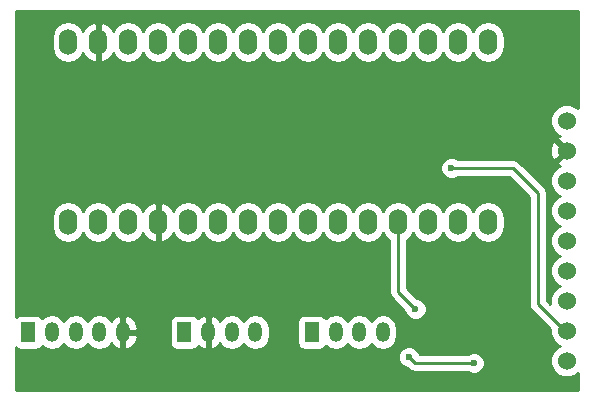
<source format=gbl>
G04 #@! TF.FileFunction,Copper,L2,Bot,Signal*
%FSLAX46Y46*%
G04 Gerber Fmt 4.6, Leading zero omitted, Abs format (unit mm)*
G04 Created by KiCad (PCBNEW 0.201602201416+6573~42~ubuntu14.04.1-product) date Di 01 Mär 2016 17:47:30 CET*
%MOMM*%
G01*
G04 APERTURE LIST*
%ADD10C,0.100000*%
%ADD11R,1.198880X1.699260*%
%ADD12O,1.198880X1.699260*%
%ADD13C,1.524000*%
%ADD14O,1.524000X2.199640*%
%ADD15O,1.524000X2.197100*%
%ADD16C,0.600000*%
%ADD17C,0.250000*%
%ADD18C,0.254000*%
G04 APERTURE END LIST*
D10*
D11*
X156797720Y-88320000D03*
D12*
X160800760Y-88320000D03*
X158799240Y-88320000D03*
X162799740Y-88320000D03*
D13*
X178371500Y-70421500D03*
X178371500Y-72961500D03*
X178371500Y-75501500D03*
X178371500Y-78041500D03*
X178371500Y-80581500D03*
X178371500Y-83121500D03*
X178371500Y-85661500D03*
X178371500Y-88201500D03*
X178371500Y-90741500D03*
D11*
X132796960Y-88320000D03*
D12*
X136800000Y-88320000D03*
X134798480Y-88320000D03*
X138798980Y-88320000D03*
X140800500Y-88320000D03*
D14*
X136144000Y-78994000D03*
X138684000Y-78994000D03*
X141224000Y-78994000D03*
X143764000Y-78994000D03*
X146304000Y-78994000D03*
X148844000Y-78994000D03*
X151384000Y-78994000D03*
X153924000Y-78994000D03*
X156464000Y-78994000D03*
X159004000Y-78994000D03*
X161544000Y-78994000D03*
X164084000Y-78994000D03*
X166624000Y-78994000D03*
X169164000Y-78994000D03*
X171704000Y-78994000D03*
X171704000Y-63754000D03*
X169164000Y-63754000D03*
X166624000Y-63754000D03*
X164084000Y-63754000D03*
D15*
X161544000Y-63754000D03*
X159004000Y-63754000D03*
X156464000Y-63754000D03*
X153924000Y-63754000D03*
X151384000Y-63754000D03*
X148844000Y-63754000D03*
X146304000Y-63754000D03*
X143764000Y-63754000D03*
X141224000Y-63754000D03*
X138684000Y-63754000D03*
X136144000Y-63754000D03*
D11*
X145996960Y-88320000D03*
D12*
X150000000Y-88320000D03*
X147998480Y-88320000D03*
X151998980Y-88320000D03*
D16*
X165564612Y-86363691D03*
X168600000Y-74420000D03*
X170500000Y-90920000D03*
X165000000Y-90420000D03*
D17*
X165264613Y-86063692D02*
X165564612Y-86363691D01*
X164084000Y-84883079D02*
X165264613Y-86063692D01*
X164084000Y-78994000D02*
X164084000Y-84883079D01*
X178371500Y-88201500D02*
X178181500Y-88201500D01*
X178181500Y-88201500D02*
X175900000Y-85920000D01*
X175900000Y-85920000D02*
X175900000Y-76520000D01*
X175900000Y-76520000D02*
X173800000Y-74420000D01*
X173800000Y-74420000D02*
X168600000Y-74420000D01*
X165000000Y-90420000D02*
X165500000Y-90920000D01*
X165500000Y-90920000D02*
X170500000Y-90920000D01*
D18*
G36*
X179290000Y-69364221D02*
X179163870Y-69237871D01*
X178650600Y-69024743D01*
X178094839Y-69024258D01*
X177581197Y-69236490D01*
X177187871Y-69629130D01*
X176974743Y-70142400D01*
X176974258Y-70698161D01*
X177186490Y-71211803D01*
X177579130Y-71605129D01*
X177771227Y-71684895D01*
X177640357Y-71739103D01*
X177570892Y-71981287D01*
X178371500Y-72781895D01*
X178385643Y-72767753D01*
X178565248Y-72947358D01*
X178551105Y-72961500D01*
X178565248Y-72975643D01*
X178385643Y-73155248D01*
X178371500Y-73141105D01*
X177570892Y-73941713D01*
X177640357Y-74183897D01*
X177780818Y-74234009D01*
X177581197Y-74316490D01*
X177187871Y-74709130D01*
X176974743Y-75222400D01*
X176974258Y-75778161D01*
X177186490Y-76291803D01*
X177579130Y-76685129D01*
X177787012Y-76771449D01*
X177581197Y-76856490D01*
X177187871Y-77249130D01*
X176974743Y-77762400D01*
X176974258Y-78318161D01*
X177186490Y-78831803D01*
X177579130Y-79225129D01*
X177787012Y-79311449D01*
X177581197Y-79396490D01*
X177187871Y-79789130D01*
X176974743Y-80302400D01*
X176974258Y-80858161D01*
X177186490Y-81371803D01*
X177579130Y-81765129D01*
X177787012Y-81851449D01*
X177581197Y-81936490D01*
X177187871Y-82329130D01*
X176974743Y-82842400D01*
X176974258Y-83398161D01*
X177186490Y-83911803D01*
X177579130Y-84305129D01*
X177787012Y-84391449D01*
X177581197Y-84476490D01*
X177187871Y-84869130D01*
X176974743Y-85382400D01*
X176974274Y-85919472D01*
X176660000Y-85605198D01*
X176660000Y-76520000D01*
X176602148Y-76229161D01*
X176602148Y-76229160D01*
X176437401Y-75982599D01*
X174337401Y-73882599D01*
X174090839Y-73717852D01*
X173800000Y-73660000D01*
X169162463Y-73660000D01*
X169130327Y-73627808D01*
X168786799Y-73485162D01*
X168414833Y-73484838D01*
X168071057Y-73626883D01*
X167807808Y-73889673D01*
X167665162Y-74233201D01*
X167664838Y-74605167D01*
X167806883Y-74948943D01*
X168069673Y-75212192D01*
X168413201Y-75354838D01*
X168785167Y-75355162D01*
X169128943Y-75213117D01*
X169162118Y-75180000D01*
X173485198Y-75180000D01*
X175140000Y-76834802D01*
X175140000Y-85920000D01*
X175197852Y-86210839D01*
X175362599Y-86457401D01*
X176974615Y-88069417D01*
X176974258Y-88478161D01*
X177186490Y-88991803D01*
X177579130Y-89385129D01*
X177787012Y-89471449D01*
X177581197Y-89556490D01*
X177187871Y-89949130D01*
X176974743Y-90462400D01*
X176974258Y-91018161D01*
X177186490Y-91531803D01*
X177579130Y-91925129D01*
X178092400Y-92138257D01*
X178648161Y-92138742D01*
X179161803Y-91926510D01*
X179290000Y-91798537D01*
X179290000Y-93210000D01*
X131710000Y-93210000D01*
X131710000Y-90605167D01*
X164064838Y-90605167D01*
X164206883Y-90948943D01*
X164469673Y-91212192D01*
X164813201Y-91354838D01*
X164860077Y-91354879D01*
X164962599Y-91457401D01*
X165209161Y-91622148D01*
X165500000Y-91680000D01*
X169937537Y-91680000D01*
X169969673Y-91712192D01*
X170313201Y-91854838D01*
X170685167Y-91855162D01*
X171028943Y-91713117D01*
X171292192Y-91450327D01*
X171434838Y-91106799D01*
X171435162Y-90734833D01*
X171293117Y-90391057D01*
X171030327Y-90127808D01*
X170686799Y-89985162D01*
X170314833Y-89984838D01*
X169971057Y-90126883D01*
X169937882Y-90160000D01*
X165904242Y-90160000D01*
X165793117Y-89891057D01*
X165530327Y-89627808D01*
X165186799Y-89485162D01*
X164814833Y-89484838D01*
X164471057Y-89626883D01*
X164207808Y-89889673D01*
X164065162Y-90233201D01*
X164064838Y-90605167D01*
X131710000Y-90605167D01*
X131710000Y-89582974D01*
X131739711Y-89627439D01*
X131949755Y-89767787D01*
X132197520Y-89817070D01*
X133396400Y-89817070D01*
X133644165Y-89767787D01*
X133854209Y-89627439D01*
X133947976Y-89487109D01*
X134326080Y-89739750D01*
X134798480Y-89833716D01*
X135270880Y-89739750D01*
X135671361Y-89472157D01*
X135799240Y-89280773D01*
X135927119Y-89472157D01*
X136327600Y-89739750D01*
X136800000Y-89833716D01*
X137272400Y-89739750D01*
X137672881Y-89472157D01*
X137799490Y-89282673D01*
X137926099Y-89472157D01*
X138326580Y-89739750D01*
X138798980Y-89833716D01*
X139271380Y-89739750D01*
X139671861Y-89472157D01*
X139802058Y-89277304D01*
X139971543Y-89501568D01*
X140391067Y-89747899D01*
X140482979Y-89763095D01*
X140673500Y-89638357D01*
X140673500Y-88447000D01*
X140927500Y-88447000D01*
X140927500Y-89638357D01*
X141118021Y-89763095D01*
X141209933Y-89747899D01*
X141629457Y-89501568D01*
X141922779Y-89113443D01*
X142045245Y-88642613D01*
X141882500Y-88447000D01*
X140927500Y-88447000D01*
X140673500Y-88447000D01*
X140653500Y-88447000D01*
X140653500Y-88193000D01*
X140673500Y-88193000D01*
X140673500Y-87001643D01*
X140927500Y-87001643D01*
X140927500Y-88193000D01*
X141882500Y-88193000D01*
X142045245Y-87997387D01*
X141922779Y-87526557D01*
X141880317Y-87470370D01*
X144750080Y-87470370D01*
X144750080Y-89169630D01*
X144799363Y-89417395D01*
X144939711Y-89627439D01*
X145149755Y-89767787D01*
X145397520Y-89817070D01*
X146596400Y-89817070D01*
X146844165Y-89767787D01*
X147054209Y-89627439D01*
X147152959Y-89479650D01*
X147169523Y-89501568D01*
X147589047Y-89747899D01*
X147680959Y-89763095D01*
X147871480Y-89638357D01*
X147871480Y-88447000D01*
X147851480Y-88447000D01*
X147851480Y-88193000D01*
X147871480Y-88193000D01*
X147871480Y-87001643D01*
X148125480Y-87001643D01*
X148125480Y-88193000D01*
X148145480Y-88193000D01*
X148145480Y-88447000D01*
X148125480Y-88447000D01*
X148125480Y-89638357D01*
X148316001Y-89763095D01*
X148407913Y-89747899D01*
X148827437Y-89501568D01*
X148996922Y-89277304D01*
X149127119Y-89472157D01*
X149527600Y-89739750D01*
X150000000Y-89833716D01*
X150472400Y-89739750D01*
X150872881Y-89472157D01*
X150999490Y-89282673D01*
X151126099Y-89472157D01*
X151526580Y-89739750D01*
X151998980Y-89833716D01*
X152471380Y-89739750D01*
X152871861Y-89472157D01*
X153139454Y-89071676D01*
X153233420Y-88599276D01*
X153233420Y-88040724D01*
X153139454Y-87568324D01*
X153074004Y-87470370D01*
X155550840Y-87470370D01*
X155550840Y-89169630D01*
X155600123Y-89417395D01*
X155740471Y-89627439D01*
X155950515Y-89767787D01*
X156198280Y-89817070D01*
X157397160Y-89817070D01*
X157644925Y-89767787D01*
X157854969Y-89627439D01*
X157948736Y-89487109D01*
X158326840Y-89739750D01*
X158799240Y-89833716D01*
X159271640Y-89739750D01*
X159672121Y-89472157D01*
X159800000Y-89280773D01*
X159927879Y-89472157D01*
X160328360Y-89739750D01*
X160800760Y-89833716D01*
X161273160Y-89739750D01*
X161673641Y-89472157D01*
X161800250Y-89282673D01*
X161926859Y-89472157D01*
X162327340Y-89739750D01*
X162799740Y-89833716D01*
X163272140Y-89739750D01*
X163672621Y-89472157D01*
X163940214Y-89071676D01*
X164034180Y-88599276D01*
X164034180Y-88040724D01*
X163940214Y-87568324D01*
X163672621Y-87167843D01*
X163272140Y-86900250D01*
X162799740Y-86806284D01*
X162327340Y-86900250D01*
X161926859Y-87167843D01*
X161800250Y-87357327D01*
X161673641Y-87167843D01*
X161273160Y-86900250D01*
X160800760Y-86806284D01*
X160328360Y-86900250D01*
X159927879Y-87167843D01*
X159800000Y-87359227D01*
X159672121Y-87167843D01*
X159271640Y-86900250D01*
X158799240Y-86806284D01*
X158326840Y-86900250D01*
X157948736Y-87152891D01*
X157854969Y-87012561D01*
X157644925Y-86872213D01*
X157397160Y-86822930D01*
X156198280Y-86822930D01*
X155950515Y-86872213D01*
X155740471Y-87012561D01*
X155600123Y-87222605D01*
X155550840Y-87470370D01*
X153074004Y-87470370D01*
X152871861Y-87167843D01*
X152471380Y-86900250D01*
X151998980Y-86806284D01*
X151526580Y-86900250D01*
X151126099Y-87167843D01*
X150999490Y-87357327D01*
X150872881Y-87167843D01*
X150472400Y-86900250D01*
X150000000Y-86806284D01*
X149527600Y-86900250D01*
X149127119Y-87167843D01*
X148996922Y-87362696D01*
X148827437Y-87138432D01*
X148407913Y-86892101D01*
X148316001Y-86876905D01*
X148125480Y-87001643D01*
X147871480Y-87001643D01*
X147680959Y-86876905D01*
X147589047Y-86892101D01*
X147169523Y-87138432D01*
X147152959Y-87160350D01*
X147054209Y-87012561D01*
X146844165Y-86872213D01*
X146596400Y-86822930D01*
X145397520Y-86822930D01*
X145149755Y-86872213D01*
X144939711Y-87012561D01*
X144799363Y-87222605D01*
X144750080Y-87470370D01*
X141880317Y-87470370D01*
X141629457Y-87138432D01*
X141209933Y-86892101D01*
X141118021Y-86876905D01*
X140927500Y-87001643D01*
X140673500Y-87001643D01*
X140482979Y-86876905D01*
X140391067Y-86892101D01*
X139971543Y-87138432D01*
X139802058Y-87362696D01*
X139671861Y-87167843D01*
X139271380Y-86900250D01*
X138798980Y-86806284D01*
X138326580Y-86900250D01*
X137926099Y-87167843D01*
X137799490Y-87357327D01*
X137672881Y-87167843D01*
X137272400Y-86900250D01*
X136800000Y-86806284D01*
X136327600Y-86900250D01*
X135927119Y-87167843D01*
X135799240Y-87359227D01*
X135671361Y-87167843D01*
X135270880Y-86900250D01*
X134798480Y-86806284D01*
X134326080Y-86900250D01*
X133947976Y-87152891D01*
X133854209Y-87012561D01*
X133644165Y-86872213D01*
X133396400Y-86822930D01*
X132197520Y-86822930D01*
X131949755Y-86872213D01*
X131739711Y-87012561D01*
X131710000Y-87057026D01*
X131710000Y-78622193D01*
X134747000Y-78622193D01*
X134747000Y-79365807D01*
X134853340Y-79900416D01*
X135156172Y-80353635D01*
X135609391Y-80656467D01*
X136144000Y-80762807D01*
X136678609Y-80656467D01*
X137131828Y-80353635D01*
X137414000Y-79931336D01*
X137696172Y-80353635D01*
X138149391Y-80656467D01*
X138684000Y-80762807D01*
X139218609Y-80656467D01*
X139671828Y-80353635D01*
X139954000Y-79931336D01*
X140236172Y-80353635D01*
X140689391Y-80656467D01*
X141224000Y-80762807D01*
X141758609Y-80656467D01*
X142211828Y-80353635D01*
X142502647Y-79918394D01*
X142521941Y-79983761D01*
X142865974Y-80409450D01*
X143346723Y-80671080D01*
X143420930Y-80686040D01*
X143637000Y-80563540D01*
X143637000Y-79121000D01*
X143617000Y-79121000D01*
X143617000Y-78867000D01*
X143637000Y-78867000D01*
X143637000Y-77424460D01*
X143891000Y-77424460D01*
X143891000Y-78867000D01*
X143911000Y-78867000D01*
X143911000Y-79121000D01*
X143891000Y-79121000D01*
X143891000Y-80563540D01*
X144107070Y-80686040D01*
X144181277Y-80671080D01*
X144662026Y-80409450D01*
X145006059Y-79983761D01*
X145025353Y-79918394D01*
X145316172Y-80353635D01*
X145769391Y-80656467D01*
X146304000Y-80762807D01*
X146838609Y-80656467D01*
X147291828Y-80353635D01*
X147574000Y-79931336D01*
X147856172Y-80353635D01*
X148309391Y-80656467D01*
X148844000Y-80762807D01*
X149378609Y-80656467D01*
X149831828Y-80353635D01*
X150114000Y-79931336D01*
X150396172Y-80353635D01*
X150849391Y-80656467D01*
X151384000Y-80762807D01*
X151918609Y-80656467D01*
X152371828Y-80353635D01*
X152654000Y-79931336D01*
X152936172Y-80353635D01*
X153389391Y-80656467D01*
X153924000Y-80762807D01*
X154458609Y-80656467D01*
X154911828Y-80353635D01*
X155194000Y-79931336D01*
X155476172Y-80353635D01*
X155929391Y-80656467D01*
X156464000Y-80762807D01*
X156998609Y-80656467D01*
X157451828Y-80353635D01*
X157734000Y-79931336D01*
X158016172Y-80353635D01*
X158469391Y-80656467D01*
X159004000Y-80762807D01*
X159538609Y-80656467D01*
X159991828Y-80353635D01*
X160274000Y-79931336D01*
X160556172Y-80353635D01*
X161009391Y-80656467D01*
X161544000Y-80762807D01*
X162078609Y-80656467D01*
X162531828Y-80353635D01*
X162814000Y-79931336D01*
X163096172Y-80353635D01*
X163324000Y-80505865D01*
X163324000Y-84883079D01*
X163381852Y-85173918D01*
X163546599Y-85420480D01*
X164629490Y-86503371D01*
X164629450Y-86548858D01*
X164771495Y-86892634D01*
X165034285Y-87155883D01*
X165377813Y-87298529D01*
X165749779Y-87298853D01*
X166093555Y-87156808D01*
X166356804Y-86894018D01*
X166499450Y-86550490D01*
X166499774Y-86178524D01*
X166357729Y-85834748D01*
X166094939Y-85571499D01*
X165751411Y-85428853D01*
X165704535Y-85428812D01*
X164844000Y-84568277D01*
X164844000Y-80505865D01*
X165071828Y-80353635D01*
X165354000Y-79931336D01*
X165636172Y-80353635D01*
X166089391Y-80656467D01*
X166624000Y-80762807D01*
X167158609Y-80656467D01*
X167611828Y-80353635D01*
X167894000Y-79931336D01*
X168176172Y-80353635D01*
X168629391Y-80656467D01*
X169164000Y-80762807D01*
X169698609Y-80656467D01*
X170151828Y-80353635D01*
X170434000Y-79931336D01*
X170716172Y-80353635D01*
X171169391Y-80656467D01*
X171704000Y-80762807D01*
X172238609Y-80656467D01*
X172691828Y-80353635D01*
X172994660Y-79900416D01*
X173101000Y-79365807D01*
X173101000Y-78622193D01*
X172994660Y-78087584D01*
X172691828Y-77634365D01*
X172238609Y-77331533D01*
X171704000Y-77225193D01*
X171169391Y-77331533D01*
X170716172Y-77634365D01*
X170434000Y-78056664D01*
X170151828Y-77634365D01*
X169698609Y-77331533D01*
X169164000Y-77225193D01*
X168629391Y-77331533D01*
X168176172Y-77634365D01*
X167894000Y-78056664D01*
X167611828Y-77634365D01*
X167158609Y-77331533D01*
X166624000Y-77225193D01*
X166089391Y-77331533D01*
X165636172Y-77634365D01*
X165354000Y-78056664D01*
X165071828Y-77634365D01*
X164618609Y-77331533D01*
X164084000Y-77225193D01*
X163549391Y-77331533D01*
X163096172Y-77634365D01*
X162814000Y-78056664D01*
X162531828Y-77634365D01*
X162078609Y-77331533D01*
X161544000Y-77225193D01*
X161009391Y-77331533D01*
X160556172Y-77634365D01*
X160274000Y-78056664D01*
X159991828Y-77634365D01*
X159538609Y-77331533D01*
X159004000Y-77225193D01*
X158469391Y-77331533D01*
X158016172Y-77634365D01*
X157734000Y-78056664D01*
X157451828Y-77634365D01*
X156998609Y-77331533D01*
X156464000Y-77225193D01*
X155929391Y-77331533D01*
X155476172Y-77634365D01*
X155194000Y-78056664D01*
X154911828Y-77634365D01*
X154458609Y-77331533D01*
X153924000Y-77225193D01*
X153389391Y-77331533D01*
X152936172Y-77634365D01*
X152654000Y-78056664D01*
X152371828Y-77634365D01*
X151918609Y-77331533D01*
X151384000Y-77225193D01*
X150849391Y-77331533D01*
X150396172Y-77634365D01*
X150114000Y-78056664D01*
X149831828Y-77634365D01*
X149378609Y-77331533D01*
X148844000Y-77225193D01*
X148309391Y-77331533D01*
X147856172Y-77634365D01*
X147574000Y-78056664D01*
X147291828Y-77634365D01*
X146838609Y-77331533D01*
X146304000Y-77225193D01*
X145769391Y-77331533D01*
X145316172Y-77634365D01*
X145025353Y-78069606D01*
X145006059Y-78004239D01*
X144662026Y-77578550D01*
X144181277Y-77316920D01*
X144107070Y-77301960D01*
X143891000Y-77424460D01*
X143637000Y-77424460D01*
X143420930Y-77301960D01*
X143346723Y-77316920D01*
X142865974Y-77578550D01*
X142521941Y-78004239D01*
X142502647Y-78069606D01*
X142211828Y-77634365D01*
X141758609Y-77331533D01*
X141224000Y-77225193D01*
X140689391Y-77331533D01*
X140236172Y-77634365D01*
X139954000Y-78056664D01*
X139671828Y-77634365D01*
X139218609Y-77331533D01*
X138684000Y-77225193D01*
X138149391Y-77331533D01*
X137696172Y-77634365D01*
X137414000Y-78056664D01*
X137131828Y-77634365D01*
X136678609Y-77331533D01*
X136144000Y-77225193D01*
X135609391Y-77331533D01*
X135156172Y-77634365D01*
X134853340Y-78087584D01*
X134747000Y-78622193D01*
X131710000Y-78622193D01*
X131710000Y-72753802D01*
X176962356Y-72753802D01*
X176990138Y-73308868D01*
X177149103Y-73692643D01*
X177391287Y-73762108D01*
X178191895Y-72961500D01*
X177391287Y-72160892D01*
X177149103Y-72230357D01*
X176962356Y-72753802D01*
X131710000Y-72753802D01*
X131710000Y-63383488D01*
X134747000Y-63383488D01*
X134747000Y-64124512D01*
X134853340Y-64659121D01*
X135156172Y-65112340D01*
X135609391Y-65415172D01*
X136144000Y-65521512D01*
X136678609Y-65415172D01*
X137131828Y-65112340D01*
X137422642Y-64677107D01*
X137441941Y-64742491D01*
X137785974Y-65168180D01*
X138266723Y-65429810D01*
X138340930Y-65444770D01*
X138557000Y-65322270D01*
X138557000Y-63881000D01*
X138537000Y-63881000D01*
X138537000Y-63627000D01*
X138557000Y-63627000D01*
X138557000Y-62185730D01*
X138811000Y-62185730D01*
X138811000Y-63627000D01*
X138831000Y-63627000D01*
X138831000Y-63881000D01*
X138811000Y-63881000D01*
X138811000Y-65322270D01*
X139027070Y-65444770D01*
X139101277Y-65429810D01*
X139582026Y-65168180D01*
X139926059Y-64742491D01*
X139945358Y-64677107D01*
X140236172Y-65112340D01*
X140689391Y-65415172D01*
X141224000Y-65521512D01*
X141758609Y-65415172D01*
X142211828Y-65112340D01*
X142494000Y-64690041D01*
X142776172Y-65112340D01*
X143229391Y-65415172D01*
X143764000Y-65521512D01*
X144298609Y-65415172D01*
X144751828Y-65112340D01*
X145034000Y-64690041D01*
X145316172Y-65112340D01*
X145769391Y-65415172D01*
X146304000Y-65521512D01*
X146838609Y-65415172D01*
X147291828Y-65112340D01*
X147574000Y-64690041D01*
X147856172Y-65112340D01*
X148309391Y-65415172D01*
X148844000Y-65521512D01*
X149378609Y-65415172D01*
X149831828Y-65112340D01*
X150114000Y-64690041D01*
X150396172Y-65112340D01*
X150849391Y-65415172D01*
X151384000Y-65521512D01*
X151918609Y-65415172D01*
X152371828Y-65112340D01*
X152654000Y-64690041D01*
X152936172Y-65112340D01*
X153389391Y-65415172D01*
X153924000Y-65521512D01*
X154458609Y-65415172D01*
X154911828Y-65112340D01*
X155194000Y-64690041D01*
X155476172Y-65112340D01*
X155929391Y-65415172D01*
X156464000Y-65521512D01*
X156998609Y-65415172D01*
X157451828Y-65112340D01*
X157734000Y-64690041D01*
X158016172Y-65112340D01*
X158469391Y-65415172D01*
X159004000Y-65521512D01*
X159538609Y-65415172D01*
X159991828Y-65112340D01*
X160274000Y-64690041D01*
X160556172Y-65112340D01*
X161009391Y-65415172D01*
X161544000Y-65521512D01*
X162078609Y-65415172D01*
X162531828Y-65112340D01*
X162813567Y-64690688D01*
X163096172Y-65113635D01*
X163549391Y-65416467D01*
X164084000Y-65522807D01*
X164618609Y-65416467D01*
X165071828Y-65113635D01*
X165354000Y-64691336D01*
X165636172Y-65113635D01*
X166089391Y-65416467D01*
X166624000Y-65522807D01*
X167158609Y-65416467D01*
X167611828Y-65113635D01*
X167894000Y-64691336D01*
X168176172Y-65113635D01*
X168629391Y-65416467D01*
X169164000Y-65522807D01*
X169698609Y-65416467D01*
X170151828Y-65113635D01*
X170434000Y-64691336D01*
X170716172Y-65113635D01*
X171169391Y-65416467D01*
X171704000Y-65522807D01*
X172238609Y-65416467D01*
X172691828Y-65113635D01*
X172994660Y-64660416D01*
X173101000Y-64125807D01*
X173101000Y-63382193D01*
X172994660Y-62847584D01*
X172691828Y-62394365D01*
X172238609Y-62091533D01*
X171704000Y-61985193D01*
X171169391Y-62091533D01*
X170716172Y-62394365D01*
X170434000Y-62816664D01*
X170151828Y-62394365D01*
X169698609Y-62091533D01*
X169164000Y-61985193D01*
X168629391Y-62091533D01*
X168176172Y-62394365D01*
X167894000Y-62816664D01*
X167611828Y-62394365D01*
X167158609Y-62091533D01*
X166624000Y-61985193D01*
X166089391Y-62091533D01*
X165636172Y-62394365D01*
X165354000Y-62816664D01*
X165071828Y-62394365D01*
X164618609Y-62091533D01*
X164084000Y-61985193D01*
X163549391Y-62091533D01*
X163096172Y-62394365D01*
X162813567Y-62817312D01*
X162531828Y-62395660D01*
X162078609Y-62092828D01*
X161544000Y-61986488D01*
X161009391Y-62092828D01*
X160556172Y-62395660D01*
X160274000Y-62817959D01*
X159991828Y-62395660D01*
X159538609Y-62092828D01*
X159004000Y-61986488D01*
X158469391Y-62092828D01*
X158016172Y-62395660D01*
X157734000Y-62817959D01*
X157451828Y-62395660D01*
X156998609Y-62092828D01*
X156464000Y-61986488D01*
X155929391Y-62092828D01*
X155476172Y-62395660D01*
X155194000Y-62817959D01*
X154911828Y-62395660D01*
X154458609Y-62092828D01*
X153924000Y-61986488D01*
X153389391Y-62092828D01*
X152936172Y-62395660D01*
X152654000Y-62817959D01*
X152371828Y-62395660D01*
X151918609Y-62092828D01*
X151384000Y-61986488D01*
X150849391Y-62092828D01*
X150396172Y-62395660D01*
X150114000Y-62817959D01*
X149831828Y-62395660D01*
X149378609Y-62092828D01*
X148844000Y-61986488D01*
X148309391Y-62092828D01*
X147856172Y-62395660D01*
X147574000Y-62817959D01*
X147291828Y-62395660D01*
X146838609Y-62092828D01*
X146304000Y-61986488D01*
X145769391Y-62092828D01*
X145316172Y-62395660D01*
X145034000Y-62817959D01*
X144751828Y-62395660D01*
X144298609Y-62092828D01*
X143764000Y-61986488D01*
X143229391Y-62092828D01*
X142776172Y-62395660D01*
X142494000Y-62817959D01*
X142211828Y-62395660D01*
X141758609Y-62092828D01*
X141224000Y-61986488D01*
X140689391Y-62092828D01*
X140236172Y-62395660D01*
X139945358Y-62830893D01*
X139926059Y-62765509D01*
X139582026Y-62339820D01*
X139101277Y-62078190D01*
X139027070Y-62063230D01*
X138811000Y-62185730D01*
X138557000Y-62185730D01*
X138340930Y-62063230D01*
X138266723Y-62078190D01*
X137785974Y-62339820D01*
X137441941Y-62765509D01*
X137422642Y-62830893D01*
X137131828Y-62395660D01*
X136678609Y-62092828D01*
X136144000Y-61986488D01*
X135609391Y-62092828D01*
X135156172Y-62395660D01*
X134853340Y-62848879D01*
X134747000Y-63383488D01*
X131710000Y-63383488D01*
X131710000Y-61130000D01*
X179290000Y-61130000D01*
X179290000Y-69364221D01*
X179290000Y-69364221D01*
G37*
X179290000Y-69364221D02*
X179163870Y-69237871D01*
X178650600Y-69024743D01*
X178094839Y-69024258D01*
X177581197Y-69236490D01*
X177187871Y-69629130D01*
X176974743Y-70142400D01*
X176974258Y-70698161D01*
X177186490Y-71211803D01*
X177579130Y-71605129D01*
X177771227Y-71684895D01*
X177640357Y-71739103D01*
X177570892Y-71981287D01*
X178371500Y-72781895D01*
X178385643Y-72767753D01*
X178565248Y-72947358D01*
X178551105Y-72961500D01*
X178565248Y-72975643D01*
X178385643Y-73155248D01*
X178371500Y-73141105D01*
X177570892Y-73941713D01*
X177640357Y-74183897D01*
X177780818Y-74234009D01*
X177581197Y-74316490D01*
X177187871Y-74709130D01*
X176974743Y-75222400D01*
X176974258Y-75778161D01*
X177186490Y-76291803D01*
X177579130Y-76685129D01*
X177787012Y-76771449D01*
X177581197Y-76856490D01*
X177187871Y-77249130D01*
X176974743Y-77762400D01*
X176974258Y-78318161D01*
X177186490Y-78831803D01*
X177579130Y-79225129D01*
X177787012Y-79311449D01*
X177581197Y-79396490D01*
X177187871Y-79789130D01*
X176974743Y-80302400D01*
X176974258Y-80858161D01*
X177186490Y-81371803D01*
X177579130Y-81765129D01*
X177787012Y-81851449D01*
X177581197Y-81936490D01*
X177187871Y-82329130D01*
X176974743Y-82842400D01*
X176974258Y-83398161D01*
X177186490Y-83911803D01*
X177579130Y-84305129D01*
X177787012Y-84391449D01*
X177581197Y-84476490D01*
X177187871Y-84869130D01*
X176974743Y-85382400D01*
X176974274Y-85919472D01*
X176660000Y-85605198D01*
X176660000Y-76520000D01*
X176602148Y-76229161D01*
X176602148Y-76229160D01*
X176437401Y-75982599D01*
X174337401Y-73882599D01*
X174090839Y-73717852D01*
X173800000Y-73660000D01*
X169162463Y-73660000D01*
X169130327Y-73627808D01*
X168786799Y-73485162D01*
X168414833Y-73484838D01*
X168071057Y-73626883D01*
X167807808Y-73889673D01*
X167665162Y-74233201D01*
X167664838Y-74605167D01*
X167806883Y-74948943D01*
X168069673Y-75212192D01*
X168413201Y-75354838D01*
X168785167Y-75355162D01*
X169128943Y-75213117D01*
X169162118Y-75180000D01*
X173485198Y-75180000D01*
X175140000Y-76834802D01*
X175140000Y-85920000D01*
X175197852Y-86210839D01*
X175362599Y-86457401D01*
X176974615Y-88069417D01*
X176974258Y-88478161D01*
X177186490Y-88991803D01*
X177579130Y-89385129D01*
X177787012Y-89471449D01*
X177581197Y-89556490D01*
X177187871Y-89949130D01*
X176974743Y-90462400D01*
X176974258Y-91018161D01*
X177186490Y-91531803D01*
X177579130Y-91925129D01*
X178092400Y-92138257D01*
X178648161Y-92138742D01*
X179161803Y-91926510D01*
X179290000Y-91798537D01*
X179290000Y-93210000D01*
X131710000Y-93210000D01*
X131710000Y-90605167D01*
X164064838Y-90605167D01*
X164206883Y-90948943D01*
X164469673Y-91212192D01*
X164813201Y-91354838D01*
X164860077Y-91354879D01*
X164962599Y-91457401D01*
X165209161Y-91622148D01*
X165500000Y-91680000D01*
X169937537Y-91680000D01*
X169969673Y-91712192D01*
X170313201Y-91854838D01*
X170685167Y-91855162D01*
X171028943Y-91713117D01*
X171292192Y-91450327D01*
X171434838Y-91106799D01*
X171435162Y-90734833D01*
X171293117Y-90391057D01*
X171030327Y-90127808D01*
X170686799Y-89985162D01*
X170314833Y-89984838D01*
X169971057Y-90126883D01*
X169937882Y-90160000D01*
X165904242Y-90160000D01*
X165793117Y-89891057D01*
X165530327Y-89627808D01*
X165186799Y-89485162D01*
X164814833Y-89484838D01*
X164471057Y-89626883D01*
X164207808Y-89889673D01*
X164065162Y-90233201D01*
X164064838Y-90605167D01*
X131710000Y-90605167D01*
X131710000Y-89582974D01*
X131739711Y-89627439D01*
X131949755Y-89767787D01*
X132197520Y-89817070D01*
X133396400Y-89817070D01*
X133644165Y-89767787D01*
X133854209Y-89627439D01*
X133947976Y-89487109D01*
X134326080Y-89739750D01*
X134798480Y-89833716D01*
X135270880Y-89739750D01*
X135671361Y-89472157D01*
X135799240Y-89280773D01*
X135927119Y-89472157D01*
X136327600Y-89739750D01*
X136800000Y-89833716D01*
X137272400Y-89739750D01*
X137672881Y-89472157D01*
X137799490Y-89282673D01*
X137926099Y-89472157D01*
X138326580Y-89739750D01*
X138798980Y-89833716D01*
X139271380Y-89739750D01*
X139671861Y-89472157D01*
X139802058Y-89277304D01*
X139971543Y-89501568D01*
X140391067Y-89747899D01*
X140482979Y-89763095D01*
X140673500Y-89638357D01*
X140673500Y-88447000D01*
X140927500Y-88447000D01*
X140927500Y-89638357D01*
X141118021Y-89763095D01*
X141209933Y-89747899D01*
X141629457Y-89501568D01*
X141922779Y-89113443D01*
X142045245Y-88642613D01*
X141882500Y-88447000D01*
X140927500Y-88447000D01*
X140673500Y-88447000D01*
X140653500Y-88447000D01*
X140653500Y-88193000D01*
X140673500Y-88193000D01*
X140673500Y-87001643D01*
X140927500Y-87001643D01*
X140927500Y-88193000D01*
X141882500Y-88193000D01*
X142045245Y-87997387D01*
X141922779Y-87526557D01*
X141880317Y-87470370D01*
X144750080Y-87470370D01*
X144750080Y-89169630D01*
X144799363Y-89417395D01*
X144939711Y-89627439D01*
X145149755Y-89767787D01*
X145397520Y-89817070D01*
X146596400Y-89817070D01*
X146844165Y-89767787D01*
X147054209Y-89627439D01*
X147152959Y-89479650D01*
X147169523Y-89501568D01*
X147589047Y-89747899D01*
X147680959Y-89763095D01*
X147871480Y-89638357D01*
X147871480Y-88447000D01*
X147851480Y-88447000D01*
X147851480Y-88193000D01*
X147871480Y-88193000D01*
X147871480Y-87001643D01*
X148125480Y-87001643D01*
X148125480Y-88193000D01*
X148145480Y-88193000D01*
X148145480Y-88447000D01*
X148125480Y-88447000D01*
X148125480Y-89638357D01*
X148316001Y-89763095D01*
X148407913Y-89747899D01*
X148827437Y-89501568D01*
X148996922Y-89277304D01*
X149127119Y-89472157D01*
X149527600Y-89739750D01*
X150000000Y-89833716D01*
X150472400Y-89739750D01*
X150872881Y-89472157D01*
X150999490Y-89282673D01*
X151126099Y-89472157D01*
X151526580Y-89739750D01*
X151998980Y-89833716D01*
X152471380Y-89739750D01*
X152871861Y-89472157D01*
X153139454Y-89071676D01*
X153233420Y-88599276D01*
X153233420Y-88040724D01*
X153139454Y-87568324D01*
X153074004Y-87470370D01*
X155550840Y-87470370D01*
X155550840Y-89169630D01*
X155600123Y-89417395D01*
X155740471Y-89627439D01*
X155950515Y-89767787D01*
X156198280Y-89817070D01*
X157397160Y-89817070D01*
X157644925Y-89767787D01*
X157854969Y-89627439D01*
X157948736Y-89487109D01*
X158326840Y-89739750D01*
X158799240Y-89833716D01*
X159271640Y-89739750D01*
X159672121Y-89472157D01*
X159800000Y-89280773D01*
X159927879Y-89472157D01*
X160328360Y-89739750D01*
X160800760Y-89833716D01*
X161273160Y-89739750D01*
X161673641Y-89472157D01*
X161800250Y-89282673D01*
X161926859Y-89472157D01*
X162327340Y-89739750D01*
X162799740Y-89833716D01*
X163272140Y-89739750D01*
X163672621Y-89472157D01*
X163940214Y-89071676D01*
X164034180Y-88599276D01*
X164034180Y-88040724D01*
X163940214Y-87568324D01*
X163672621Y-87167843D01*
X163272140Y-86900250D01*
X162799740Y-86806284D01*
X162327340Y-86900250D01*
X161926859Y-87167843D01*
X161800250Y-87357327D01*
X161673641Y-87167843D01*
X161273160Y-86900250D01*
X160800760Y-86806284D01*
X160328360Y-86900250D01*
X159927879Y-87167843D01*
X159800000Y-87359227D01*
X159672121Y-87167843D01*
X159271640Y-86900250D01*
X158799240Y-86806284D01*
X158326840Y-86900250D01*
X157948736Y-87152891D01*
X157854969Y-87012561D01*
X157644925Y-86872213D01*
X157397160Y-86822930D01*
X156198280Y-86822930D01*
X155950515Y-86872213D01*
X155740471Y-87012561D01*
X155600123Y-87222605D01*
X155550840Y-87470370D01*
X153074004Y-87470370D01*
X152871861Y-87167843D01*
X152471380Y-86900250D01*
X151998980Y-86806284D01*
X151526580Y-86900250D01*
X151126099Y-87167843D01*
X150999490Y-87357327D01*
X150872881Y-87167843D01*
X150472400Y-86900250D01*
X150000000Y-86806284D01*
X149527600Y-86900250D01*
X149127119Y-87167843D01*
X148996922Y-87362696D01*
X148827437Y-87138432D01*
X148407913Y-86892101D01*
X148316001Y-86876905D01*
X148125480Y-87001643D01*
X147871480Y-87001643D01*
X147680959Y-86876905D01*
X147589047Y-86892101D01*
X147169523Y-87138432D01*
X147152959Y-87160350D01*
X147054209Y-87012561D01*
X146844165Y-86872213D01*
X146596400Y-86822930D01*
X145397520Y-86822930D01*
X145149755Y-86872213D01*
X144939711Y-87012561D01*
X144799363Y-87222605D01*
X144750080Y-87470370D01*
X141880317Y-87470370D01*
X141629457Y-87138432D01*
X141209933Y-86892101D01*
X141118021Y-86876905D01*
X140927500Y-87001643D01*
X140673500Y-87001643D01*
X140482979Y-86876905D01*
X140391067Y-86892101D01*
X139971543Y-87138432D01*
X139802058Y-87362696D01*
X139671861Y-87167843D01*
X139271380Y-86900250D01*
X138798980Y-86806284D01*
X138326580Y-86900250D01*
X137926099Y-87167843D01*
X137799490Y-87357327D01*
X137672881Y-87167843D01*
X137272400Y-86900250D01*
X136800000Y-86806284D01*
X136327600Y-86900250D01*
X135927119Y-87167843D01*
X135799240Y-87359227D01*
X135671361Y-87167843D01*
X135270880Y-86900250D01*
X134798480Y-86806284D01*
X134326080Y-86900250D01*
X133947976Y-87152891D01*
X133854209Y-87012561D01*
X133644165Y-86872213D01*
X133396400Y-86822930D01*
X132197520Y-86822930D01*
X131949755Y-86872213D01*
X131739711Y-87012561D01*
X131710000Y-87057026D01*
X131710000Y-78622193D01*
X134747000Y-78622193D01*
X134747000Y-79365807D01*
X134853340Y-79900416D01*
X135156172Y-80353635D01*
X135609391Y-80656467D01*
X136144000Y-80762807D01*
X136678609Y-80656467D01*
X137131828Y-80353635D01*
X137414000Y-79931336D01*
X137696172Y-80353635D01*
X138149391Y-80656467D01*
X138684000Y-80762807D01*
X139218609Y-80656467D01*
X139671828Y-80353635D01*
X139954000Y-79931336D01*
X140236172Y-80353635D01*
X140689391Y-80656467D01*
X141224000Y-80762807D01*
X141758609Y-80656467D01*
X142211828Y-80353635D01*
X142502647Y-79918394D01*
X142521941Y-79983761D01*
X142865974Y-80409450D01*
X143346723Y-80671080D01*
X143420930Y-80686040D01*
X143637000Y-80563540D01*
X143637000Y-79121000D01*
X143617000Y-79121000D01*
X143617000Y-78867000D01*
X143637000Y-78867000D01*
X143637000Y-77424460D01*
X143891000Y-77424460D01*
X143891000Y-78867000D01*
X143911000Y-78867000D01*
X143911000Y-79121000D01*
X143891000Y-79121000D01*
X143891000Y-80563540D01*
X144107070Y-80686040D01*
X144181277Y-80671080D01*
X144662026Y-80409450D01*
X145006059Y-79983761D01*
X145025353Y-79918394D01*
X145316172Y-80353635D01*
X145769391Y-80656467D01*
X146304000Y-80762807D01*
X146838609Y-80656467D01*
X147291828Y-80353635D01*
X147574000Y-79931336D01*
X147856172Y-80353635D01*
X148309391Y-80656467D01*
X148844000Y-80762807D01*
X149378609Y-80656467D01*
X149831828Y-80353635D01*
X150114000Y-79931336D01*
X150396172Y-80353635D01*
X150849391Y-80656467D01*
X151384000Y-80762807D01*
X151918609Y-80656467D01*
X152371828Y-80353635D01*
X152654000Y-79931336D01*
X152936172Y-80353635D01*
X153389391Y-80656467D01*
X153924000Y-80762807D01*
X154458609Y-80656467D01*
X154911828Y-80353635D01*
X155194000Y-79931336D01*
X155476172Y-80353635D01*
X155929391Y-80656467D01*
X156464000Y-80762807D01*
X156998609Y-80656467D01*
X157451828Y-80353635D01*
X157734000Y-79931336D01*
X158016172Y-80353635D01*
X158469391Y-80656467D01*
X159004000Y-80762807D01*
X159538609Y-80656467D01*
X159991828Y-80353635D01*
X160274000Y-79931336D01*
X160556172Y-80353635D01*
X161009391Y-80656467D01*
X161544000Y-80762807D01*
X162078609Y-80656467D01*
X162531828Y-80353635D01*
X162814000Y-79931336D01*
X163096172Y-80353635D01*
X163324000Y-80505865D01*
X163324000Y-84883079D01*
X163381852Y-85173918D01*
X163546599Y-85420480D01*
X164629490Y-86503371D01*
X164629450Y-86548858D01*
X164771495Y-86892634D01*
X165034285Y-87155883D01*
X165377813Y-87298529D01*
X165749779Y-87298853D01*
X166093555Y-87156808D01*
X166356804Y-86894018D01*
X166499450Y-86550490D01*
X166499774Y-86178524D01*
X166357729Y-85834748D01*
X166094939Y-85571499D01*
X165751411Y-85428853D01*
X165704535Y-85428812D01*
X164844000Y-84568277D01*
X164844000Y-80505865D01*
X165071828Y-80353635D01*
X165354000Y-79931336D01*
X165636172Y-80353635D01*
X166089391Y-80656467D01*
X166624000Y-80762807D01*
X167158609Y-80656467D01*
X167611828Y-80353635D01*
X167894000Y-79931336D01*
X168176172Y-80353635D01*
X168629391Y-80656467D01*
X169164000Y-80762807D01*
X169698609Y-80656467D01*
X170151828Y-80353635D01*
X170434000Y-79931336D01*
X170716172Y-80353635D01*
X171169391Y-80656467D01*
X171704000Y-80762807D01*
X172238609Y-80656467D01*
X172691828Y-80353635D01*
X172994660Y-79900416D01*
X173101000Y-79365807D01*
X173101000Y-78622193D01*
X172994660Y-78087584D01*
X172691828Y-77634365D01*
X172238609Y-77331533D01*
X171704000Y-77225193D01*
X171169391Y-77331533D01*
X170716172Y-77634365D01*
X170434000Y-78056664D01*
X170151828Y-77634365D01*
X169698609Y-77331533D01*
X169164000Y-77225193D01*
X168629391Y-77331533D01*
X168176172Y-77634365D01*
X167894000Y-78056664D01*
X167611828Y-77634365D01*
X167158609Y-77331533D01*
X166624000Y-77225193D01*
X166089391Y-77331533D01*
X165636172Y-77634365D01*
X165354000Y-78056664D01*
X165071828Y-77634365D01*
X164618609Y-77331533D01*
X164084000Y-77225193D01*
X163549391Y-77331533D01*
X163096172Y-77634365D01*
X162814000Y-78056664D01*
X162531828Y-77634365D01*
X162078609Y-77331533D01*
X161544000Y-77225193D01*
X161009391Y-77331533D01*
X160556172Y-77634365D01*
X160274000Y-78056664D01*
X159991828Y-77634365D01*
X159538609Y-77331533D01*
X159004000Y-77225193D01*
X158469391Y-77331533D01*
X158016172Y-77634365D01*
X157734000Y-78056664D01*
X157451828Y-77634365D01*
X156998609Y-77331533D01*
X156464000Y-77225193D01*
X155929391Y-77331533D01*
X155476172Y-77634365D01*
X155194000Y-78056664D01*
X154911828Y-77634365D01*
X154458609Y-77331533D01*
X153924000Y-77225193D01*
X153389391Y-77331533D01*
X152936172Y-77634365D01*
X152654000Y-78056664D01*
X152371828Y-77634365D01*
X151918609Y-77331533D01*
X151384000Y-77225193D01*
X150849391Y-77331533D01*
X150396172Y-77634365D01*
X150114000Y-78056664D01*
X149831828Y-77634365D01*
X149378609Y-77331533D01*
X148844000Y-77225193D01*
X148309391Y-77331533D01*
X147856172Y-77634365D01*
X147574000Y-78056664D01*
X147291828Y-77634365D01*
X146838609Y-77331533D01*
X146304000Y-77225193D01*
X145769391Y-77331533D01*
X145316172Y-77634365D01*
X145025353Y-78069606D01*
X145006059Y-78004239D01*
X144662026Y-77578550D01*
X144181277Y-77316920D01*
X144107070Y-77301960D01*
X143891000Y-77424460D01*
X143637000Y-77424460D01*
X143420930Y-77301960D01*
X143346723Y-77316920D01*
X142865974Y-77578550D01*
X142521941Y-78004239D01*
X142502647Y-78069606D01*
X142211828Y-77634365D01*
X141758609Y-77331533D01*
X141224000Y-77225193D01*
X140689391Y-77331533D01*
X140236172Y-77634365D01*
X139954000Y-78056664D01*
X139671828Y-77634365D01*
X139218609Y-77331533D01*
X138684000Y-77225193D01*
X138149391Y-77331533D01*
X137696172Y-77634365D01*
X137414000Y-78056664D01*
X137131828Y-77634365D01*
X136678609Y-77331533D01*
X136144000Y-77225193D01*
X135609391Y-77331533D01*
X135156172Y-77634365D01*
X134853340Y-78087584D01*
X134747000Y-78622193D01*
X131710000Y-78622193D01*
X131710000Y-72753802D01*
X176962356Y-72753802D01*
X176990138Y-73308868D01*
X177149103Y-73692643D01*
X177391287Y-73762108D01*
X178191895Y-72961500D01*
X177391287Y-72160892D01*
X177149103Y-72230357D01*
X176962356Y-72753802D01*
X131710000Y-72753802D01*
X131710000Y-63383488D01*
X134747000Y-63383488D01*
X134747000Y-64124512D01*
X134853340Y-64659121D01*
X135156172Y-65112340D01*
X135609391Y-65415172D01*
X136144000Y-65521512D01*
X136678609Y-65415172D01*
X137131828Y-65112340D01*
X137422642Y-64677107D01*
X137441941Y-64742491D01*
X137785974Y-65168180D01*
X138266723Y-65429810D01*
X138340930Y-65444770D01*
X138557000Y-65322270D01*
X138557000Y-63881000D01*
X138537000Y-63881000D01*
X138537000Y-63627000D01*
X138557000Y-63627000D01*
X138557000Y-62185730D01*
X138811000Y-62185730D01*
X138811000Y-63627000D01*
X138831000Y-63627000D01*
X138831000Y-63881000D01*
X138811000Y-63881000D01*
X138811000Y-65322270D01*
X139027070Y-65444770D01*
X139101277Y-65429810D01*
X139582026Y-65168180D01*
X139926059Y-64742491D01*
X139945358Y-64677107D01*
X140236172Y-65112340D01*
X140689391Y-65415172D01*
X141224000Y-65521512D01*
X141758609Y-65415172D01*
X142211828Y-65112340D01*
X142494000Y-64690041D01*
X142776172Y-65112340D01*
X143229391Y-65415172D01*
X143764000Y-65521512D01*
X144298609Y-65415172D01*
X144751828Y-65112340D01*
X145034000Y-64690041D01*
X145316172Y-65112340D01*
X145769391Y-65415172D01*
X146304000Y-65521512D01*
X146838609Y-65415172D01*
X147291828Y-65112340D01*
X147574000Y-64690041D01*
X147856172Y-65112340D01*
X148309391Y-65415172D01*
X148844000Y-65521512D01*
X149378609Y-65415172D01*
X149831828Y-65112340D01*
X150114000Y-64690041D01*
X150396172Y-65112340D01*
X150849391Y-65415172D01*
X151384000Y-65521512D01*
X151918609Y-65415172D01*
X152371828Y-65112340D01*
X152654000Y-64690041D01*
X152936172Y-65112340D01*
X153389391Y-65415172D01*
X153924000Y-65521512D01*
X154458609Y-65415172D01*
X154911828Y-65112340D01*
X155194000Y-64690041D01*
X155476172Y-65112340D01*
X155929391Y-65415172D01*
X156464000Y-65521512D01*
X156998609Y-65415172D01*
X157451828Y-65112340D01*
X157734000Y-64690041D01*
X158016172Y-65112340D01*
X158469391Y-65415172D01*
X159004000Y-65521512D01*
X159538609Y-65415172D01*
X159991828Y-65112340D01*
X160274000Y-64690041D01*
X160556172Y-65112340D01*
X161009391Y-65415172D01*
X161544000Y-65521512D01*
X162078609Y-65415172D01*
X162531828Y-65112340D01*
X162813567Y-64690688D01*
X163096172Y-65113635D01*
X163549391Y-65416467D01*
X164084000Y-65522807D01*
X164618609Y-65416467D01*
X165071828Y-65113635D01*
X165354000Y-64691336D01*
X165636172Y-65113635D01*
X166089391Y-65416467D01*
X166624000Y-65522807D01*
X167158609Y-65416467D01*
X167611828Y-65113635D01*
X167894000Y-64691336D01*
X168176172Y-65113635D01*
X168629391Y-65416467D01*
X169164000Y-65522807D01*
X169698609Y-65416467D01*
X170151828Y-65113635D01*
X170434000Y-64691336D01*
X170716172Y-65113635D01*
X171169391Y-65416467D01*
X171704000Y-65522807D01*
X172238609Y-65416467D01*
X172691828Y-65113635D01*
X172994660Y-64660416D01*
X173101000Y-64125807D01*
X173101000Y-63382193D01*
X172994660Y-62847584D01*
X172691828Y-62394365D01*
X172238609Y-62091533D01*
X171704000Y-61985193D01*
X171169391Y-62091533D01*
X170716172Y-62394365D01*
X170434000Y-62816664D01*
X170151828Y-62394365D01*
X169698609Y-62091533D01*
X169164000Y-61985193D01*
X168629391Y-62091533D01*
X168176172Y-62394365D01*
X167894000Y-62816664D01*
X167611828Y-62394365D01*
X167158609Y-62091533D01*
X166624000Y-61985193D01*
X166089391Y-62091533D01*
X165636172Y-62394365D01*
X165354000Y-62816664D01*
X165071828Y-62394365D01*
X164618609Y-62091533D01*
X164084000Y-61985193D01*
X163549391Y-62091533D01*
X163096172Y-62394365D01*
X162813567Y-62817312D01*
X162531828Y-62395660D01*
X162078609Y-62092828D01*
X161544000Y-61986488D01*
X161009391Y-62092828D01*
X160556172Y-62395660D01*
X160274000Y-62817959D01*
X159991828Y-62395660D01*
X159538609Y-62092828D01*
X159004000Y-61986488D01*
X158469391Y-62092828D01*
X158016172Y-62395660D01*
X157734000Y-62817959D01*
X157451828Y-62395660D01*
X156998609Y-62092828D01*
X156464000Y-61986488D01*
X155929391Y-62092828D01*
X155476172Y-62395660D01*
X155194000Y-62817959D01*
X154911828Y-62395660D01*
X154458609Y-62092828D01*
X153924000Y-61986488D01*
X153389391Y-62092828D01*
X152936172Y-62395660D01*
X152654000Y-62817959D01*
X152371828Y-62395660D01*
X151918609Y-62092828D01*
X151384000Y-61986488D01*
X150849391Y-62092828D01*
X150396172Y-62395660D01*
X150114000Y-62817959D01*
X149831828Y-62395660D01*
X149378609Y-62092828D01*
X148844000Y-61986488D01*
X148309391Y-62092828D01*
X147856172Y-62395660D01*
X147574000Y-62817959D01*
X147291828Y-62395660D01*
X146838609Y-62092828D01*
X146304000Y-61986488D01*
X145769391Y-62092828D01*
X145316172Y-62395660D01*
X145034000Y-62817959D01*
X144751828Y-62395660D01*
X144298609Y-62092828D01*
X143764000Y-61986488D01*
X143229391Y-62092828D01*
X142776172Y-62395660D01*
X142494000Y-62817959D01*
X142211828Y-62395660D01*
X141758609Y-62092828D01*
X141224000Y-61986488D01*
X140689391Y-62092828D01*
X140236172Y-62395660D01*
X139945358Y-62830893D01*
X139926059Y-62765509D01*
X139582026Y-62339820D01*
X139101277Y-62078190D01*
X139027070Y-62063230D01*
X138811000Y-62185730D01*
X138557000Y-62185730D01*
X138340930Y-62063230D01*
X138266723Y-62078190D01*
X137785974Y-62339820D01*
X137441941Y-62765509D01*
X137422642Y-62830893D01*
X137131828Y-62395660D01*
X136678609Y-62092828D01*
X136144000Y-61986488D01*
X135609391Y-62092828D01*
X135156172Y-62395660D01*
X134853340Y-62848879D01*
X134747000Y-63383488D01*
X131710000Y-63383488D01*
X131710000Y-61130000D01*
X179290000Y-61130000D01*
X179290000Y-69364221D01*
M02*

</source>
